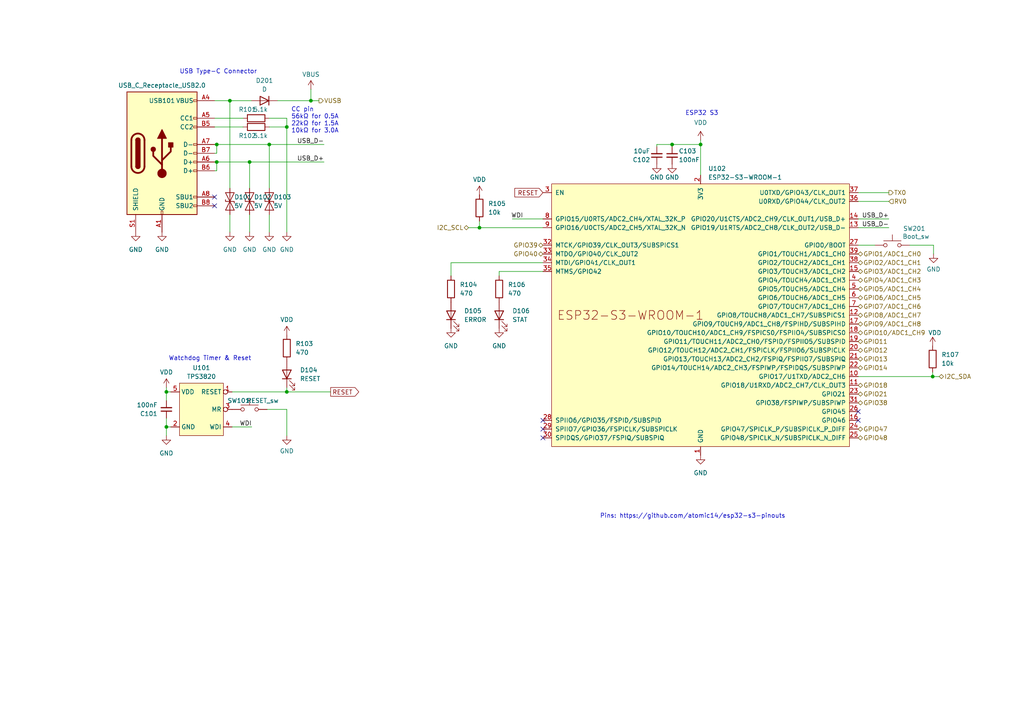
<source format=kicad_sch>
(kicad_sch (version 20231120) (generator "eeschema") (generator_version "8.0")
  (paper "A4")
  (lib_symbols
    (symbol "Connector:USB_C_Receptacle_USB2.0" (pin_names (offset 1.016))
      (property "Reference" "J" (at -10.16 19.05 0))
      (property "Value" "USB_C_Receptacle_USB2.0" (at 19.05 19.05 0))
      (symbol "USB_C_Receptacle_USB2.0_0_0"
        (rectangle (start -0.254 -17.78) (end 0.254 -16.764))
        (rectangle (start 10.16 -14.986) (end 9.144 -15.494))
        (rectangle (start 10.16 -12.446) (end 9.144 -12.954))
        (rectangle (start 10.16 -4.826) (end 9.144 -5.334))
        (rectangle (start 10.16 -2.286) (end 9.144 -2.794))
        (rectangle (start 10.16 0.254) (end 9.144 -0.254))
        (rectangle (start 10.16 2.794) (end 9.144 2.286))
        (rectangle (start 10.16 7.874) (end 9.144 7.366))
        (rectangle (start 10.16 10.414) (end 9.144 9.906))
        (rectangle (start 10.16 15.494) (end 9.144 14.986))
      )
      (symbol "USB_C_Receptacle_USB2.0_0_1"
        (rectangle (start -10.16 17.78) (end 10.16 -17.78) (stroke (width 0.254)) (fill (type background)))
        (arc (start -8.89 -3.81) (mid -6.985 -5.7067) (end -5.08 -3.81) (stroke (width 0.508)))
        (arc (start -7.62 -3.81) (mid -6.985 -4.4423) (end -6.35 -3.81) (stroke (width 0.254)))
        (arc (start -7.62 -3.81) (mid -6.985 -4.4423) (end -6.35 -3.81) (stroke (width 0.254)) (fill (type outline)))
        (rectangle (start -7.62 -3.81) (end -6.35 3.81) (stroke (width 0.254)) (fill (type outline)))
        (arc (start -6.35 3.81) (mid -6.985 4.4423) (end -7.62 3.81) (stroke (width 0.254)))
        (arc (start -6.35 3.81) (mid -6.985 4.4423) (end -7.62 3.81) (stroke (width 0.254)) (fill (type outline)))
        (arc (start -5.08 3.81) (mid -6.985 5.7067) (end -8.89 3.81) (stroke (width 0.508)))
        (circle (center -2.54 1.143) (radius 0.635) (stroke (width 0.254)) (fill (type outline)))
        (circle (center 0 -5.842) (radius 1.27) (fill (type outline)))
        (polyline (pts (xy -8.89 -3.81) (xy -8.89 3.81)) (stroke (width 0.508)))
        (polyline (pts (xy -5.08 3.81) (xy -5.08 -3.81)) (stroke (width 0.508)))
        (polyline (pts (xy 0 -5.842) (xy 0 4.318)) (stroke (width 0.508)))
        (polyline (pts (xy 0 -3.302) (xy -2.54 -0.762) (xy -2.54 0.508)) (stroke (width 0.508)))
        (polyline (pts (xy 0 -2.032) (xy 2.54 0.508) (xy 2.54 1.778)) (stroke (width 0.508)))
        (polyline (pts (xy -1.27 4.318) (xy 0 6.858) (xy 1.27 4.318) (xy -1.27 4.318)) (stroke (width 0.254)) (fill (type outline)))
        (rectangle (start 1.905 1.778) (end 3.175 3.048) (stroke (width 0.254)) (fill (type outline)))
      )
      (symbol "USB_C_Receptacle_USB2.0_1_1"
        (pin passive line (at 0 -22.86 90) (length 5.08) (name "GND") (number "A1"))
        (pin passive line (at 0 -22.86 90) (length 5.08) hide (name "GND") (number "A12"))
        (pin passive line (at 15.24 15.24 180) (length 5.08) (name "VBUS") (number "A4"))
        (pin bidirectional line (at 15.24 10.16 180) (length 5.08) (name "CC1") (number "A5"))
        (pin bidirectional line (at 15.24 -2.54 180) (length 5.08) (name "D+") (number "A6"))
        (pin bidirectional line (at 15.24 2.54 180) (length 5.08) (name "D-") (number "A7"))
        (pin bidirectional line (at 15.24 -12.7 180) (length 5.08) (name "SBU1") (number "A8"))
        (pin passive line (at 15.24 15.24 180) (length 5.08) hide (name "VBUS") (number "A9"))
        (pin passive line (at 0 -22.86 90) (length 5.08) hide (name "GND") (number "B1"))
        (pin passive line (at 0 -22.86 90) (length 5.08) hide (name "GND") (number "B12"))
        (pin passive line (at 15.24 15.24 180) (length 5.08) hide (name "VBUS") (number "B4"))
        (pin bidirectional line (at 15.24 7.62 180) (length 5.08) (name "CC2") (number "B5"))
        (pin bidirectional line (at 15.24 -5.08 180) (length 5.08) (name "D+") (number "B6"))
        (pin bidirectional line (at 15.24 0 180) (length 5.08) (name "D-") (number "B7"))
        (pin bidirectional line (at 15.24 -15.24 180) (length 5.08) (name "SBU2") (number "B8"))
        (pin passive line (at 15.24 15.24 180) (length 5.08) hide (name "VBUS") (number "B9"))
        (pin passive line (at -7.62 -22.86 90) (length 5.08) (name "SHIELD") (number "S1"))
      )
    )
    (symbol "Device:C_Small" (pin_numbers hide) (pin_names (offset 0.254) hide)
      (property "Reference" "C" (at 0.254 1.778 0))
      (property "Value" "C_Small" (at 0.254 -2.032 0))
      (symbol "C_Small_0_1"
        (polyline (pts (xy -1.524 -0.508) (xy 1.524 -0.508)) (stroke (width 0.3302)))
        (polyline (pts (xy -1.524 0.508) (xy 1.524 0.508)) (stroke (width 0.3048)))
      )
      (symbol "C_Small_1_1"
        (pin passive line (at 0 2.54 270) (length 2.032) (name "~") (number "1"))
        (pin passive line (at 0 -2.54 90) (length 2.032) (name "~") (number "2"))
      )
    )
    (symbol "Device:D" (pin_numbers hide) (pin_names (offset 1.016) hide)
      (property "Reference" "D" (at 0 2.54 0))
      (property "Value" "D" (at 0 -2.54 0))
      (symbol "D_0_1"
        (polyline (pts (xy -1.27 1.27) (xy -1.27 -1.27)) (stroke (width 0.254)))
        (polyline (pts (xy 1.27 0) (xy -1.27 0)))
        (polyline (pts (xy 1.27 1.27) (xy 1.27 -1.27) (xy -1.27 0) (xy 1.27 1.27)) (stroke (width 0.254)))
      )
      (symbol "D_1_1"
        (pin passive line (at -3.81 0 0) (length 2.54) (name "K") (number "1"))
        (pin passive line (at 3.81 0 180) (length 2.54) (name "A") (number "2"))
      )
    )
    (symbol "Device:LED" (pin_numbers hide) (pin_names (offset 1.016) hide)
      (property "Reference" "D" (at 0 2.54 0))
      (property "Value" "LED" (at 0 -2.54 0))
      (symbol "LED_0_1"
        (polyline (pts (xy -1.27 -1.27) (xy -1.27 1.27)) (stroke (width 0.254)))
        (polyline (pts (xy -1.27 0) (xy 1.27 0)))
        (polyline (pts (xy 1.27 -1.27) (xy 1.27 1.27) (xy -1.27 0) (xy 1.27 -1.27)) (stroke (width 0.254)))
        (polyline (pts (xy -3.048 -0.762) (xy -4.572 -2.286) (xy -3.81 -2.286) (xy -4.572 -2.286) (xy -4.572 -1.524)))
        (polyline (pts (xy -1.778 -0.762) (xy -3.302 -2.286) (xy -2.54 -2.286) (xy -3.302 -2.286) (xy -3.302 -1.524)))
      )
      (symbol "LED_1_1"
        (pin passive line (at -3.81 0 0) (length 2.54) (name "K") (number "1"))
        (pin passive line (at 3.81 0 180) (length 2.54) (name "A") (number "2"))
      )
    )
    (symbol "Device:R" (pin_numbers hide) (pin_names (offset 0))
      (property "Reference" "R" (at 2.032 0 90))
      (property "Value" "R" (at 0 0 90))
      (symbol "R_0_1"
        (rectangle (start -1.016 -2.54) (end 1.016 2.54) (stroke (width 0.254)))
      )
      (symbol "R_1_1"
        (pin passive line (at 0 3.81 270) (length 1.27) (name "~") (number "1"))
        (pin passive line (at 0 -3.81 90) (length 1.27) (name "~") (number "2"))
      )
    )
    (symbol "Diode:ESD9B5.0ST5G" (pin_numbers hide) (pin_names (offset 1.016) hide)
      (property "Reference" "D" (at 0 2.54 0))
      (property "Value" "ESD9B5.0ST5G" (at 0 -2.54 0))
      (symbol "ESD9B5.0ST5G_0_1"
        (polyline (pts (xy 1.27 0) (xy -1.27 0)))
        (polyline (pts (xy -2.54 -1.27) (xy 0 0) (xy -2.54 1.27) (xy -2.54 -1.27)) (stroke (width 0.2032)))
        (polyline (pts (xy 0.508 1.27) (xy 0 1.27) (xy 0 -1.27) (xy -0.508 -1.27)) (stroke (width 0.2032)))
        (polyline (pts (xy 2.54 1.27) (xy 2.54 -1.27) (xy 0 0) (xy 2.54 1.27)) (stroke (width 0.2032)))
      )
      (symbol "ESD9B5.0ST5G_1_1"
        (pin passive line (at -3.81 0 0) (length 2.54) (name "A1") (number "1"))
        (pin passive line (at 3.81 0 180) (length 2.54) (name "A2") (number "2"))
      )
    )
    (symbol "PCM_Espressif:ESP32-S3-WROOM-1" (pin_names (offset 1.016))
      (property "Reference" "U" (at -43.18 43.18 0))
      (property "Value" "ESP32-S3-WROOM-1" (at -43.18 40.64 0))
      (symbol "ESP32-S3-WROOM-1_0_0"
        (text "ESP32-S3-WROOM-1" (at -20.32 0 0) (effects (font (size 2.54 2.54))))
        (pin power_in line (at 0 -40.64 90) (length 2.54) (name "GND") (number "1"))
        (pin bidirectional line (at 45.72 -17.78 180) (length 2.54) (name "GPIO17/U1TXD/ADC2_CH6") (number "10"))
        (pin bidirectional line (at 45.72 -20.32 180) (length 2.54) (name "GPIO18/U1RXD/ADC2_CH7/CLK_OUT3") (number "11"))
        (pin bidirectional line (at 45.72 0 180) (length 2.54) (name "GPIO8/TOUCH8/ADC1_CH7/SUBSPICS1") (number "12"))
        (pin bidirectional line (at 45.72 25.4 180) (length 2.54) (name "GPIO19/U1RTS/ADC2_CH8/CLK_OUT2/USB_D-") (number "13"))
        (pin bidirectional line (at 45.72 27.94 180) (length 2.54) (name "GPIO20/U1CTS/ADC2_CH9/CLK_OUT1/USB_D+") (number "14"))
        (pin bidirectional line (at 45.72 12.7 180) (length 2.54) (name "GPIO3/TOUCH3/ADC1_CH2") (number "15"))
        (pin bidirectional line (at 45.72 -30.48 180) (length 2.54) (name "GPIO46") (number "16"))
        (pin bidirectional line (at 45.72 -2.54 180) (length 2.54) (name "GPIO9/TOUCH9/ADC1_CH8/FSPIHD/SUBSPIHD") (number "17"))
        (pin bidirectional line (at 45.72 -5.08 180) (length 2.54) (name "GPIO10/TOUCH10/ADC1_CH9/FSPICS0/FSPIIO4/SUBSPICS0") (number "18"))
        (pin bidirectional line (at 45.72 -7.62 180) (length 2.54) (name "GPIO11/TOUCH11/ADC2_CH0/FSPID/FSPIIO5/SUBSPID") (number "19"))
        (pin power_in line (at 0 40.64 270) (length 2.54) (name "3V3") (number "2"))
        (pin bidirectional line (at 45.72 -10.16 180) (length 2.54) (name "GPIO12/TOUCH12/ADC2_CH1/FSPICLK/FSPIIO6/SUBSPICLK") (number "20"))
        (pin bidirectional line (at 45.72 -12.7 180) (length 2.54) (name "GPIO13/TOUCH13/ADC2_CH2/FSPIQ/FSPIIO7/SUBSPIQ") (number "21"))
        (pin bidirectional line (at 45.72 -15.24 180) (length 2.54) (name "GPIO14/TOUCH14/ADC2_CH3/FSPIWP/FSPIDQS/SUBSPIWP") (number "22"))
        (pin bidirectional line (at 45.72 -22.86 180) (length 2.54) (name "GPIO21") (number "23"))
        (pin bidirectional line (at 45.72 -33.02 180) (length 2.54) (name "GPIO47/SPICLK_P/SUBSPICLK_P_DIFF") (number "24"))
        (pin bidirectional line (at 45.72 -35.56 180) (length 2.54) (name "GPIO48/SPICLK_N/SUBSPICLK_N_DIFF") (number "25"))
        (pin bidirectional line (at 45.72 -27.94 180) (length 2.54) (name "GPIO45") (number "26"))
        (pin bidirectional line (at 45.72 20.32 180) (length 2.54) (name "GPIO0/BOOT") (number "27"))
        (pin bidirectional line (at -45.72 -30.48 0) (length 2.54) (name "SPIIO6/GPIO35/FSPID/SUBSPID") (number "28"))
        (pin bidirectional line (at -45.72 -33.02 0) (length 2.54) (name "SPIIO7/GPIO36/FSPICLK/SUBSPICLK") (number "29"))
        (pin input line (at -45.72 35.56 0) (length 2.54) (name "EN") (number "3"))
        (pin bidirectional line (at -45.72 -35.56 0) (length 2.54) (name "SPIDQS/GPIO37/FSPIQ/SUBSPIQ") (number "30"))
        (pin bidirectional line (at 45.72 -25.4 180) (length 2.54) (name "GPIO38/FSPIWP/SUBSPIWP") (number "31"))
        (pin bidirectional line (at -45.72 20.32 0) (length 2.54) (name "MTCK/GPIO39/CLK_OUT3/SUBSPICS1") (number "32"))
        (pin bidirectional line (at -45.72 17.78 0) (length 2.54) (name "MTDO/GPIO40/CLK_OUT2") (number "33"))
        (pin bidirectional line (at -45.72 15.24 0) (length 2.54) (name "MTDI/GPIO41/CLK_OUT1") (number "34"))
        (pin bidirectional line (at -45.72 12.7 0) (length 2.54) (name "MTMS/GPIO42") (number "35"))
        (pin bidirectional line (at 45.72 33.02 180) (length 2.54) (name "U0RXD/GPIO44/CLK_OUT2") (number "36"))
        (pin bidirectional line (at 45.72 35.56 180) (length 2.54) (name "U0TXD/GPIO43/CLK_OUT1") (number "37"))
        (pin bidirectional line (at 45.72 15.24 180) (length 2.54) (name "GPIO2/TOUCH2/ADC1_CH1") (number "38"))
        (pin bidirectional line (at 45.72 17.78 180) (length 2.54) (name "GPIO1/TOUCH1/ADC1_CH0") (number "39"))
        (pin bidirectional line (at 45.72 10.16 180) (length 2.54) (name "GPIO4/TOUCH4/ADC1_CH3") (number "4"))
        (pin passive line (at 0 -40.64 90) (length 2.54) hide (name "GND") (number "40"))
        (pin passive line (at 0 -40.64 90) (length 2.54) hide (name "GND") (number "41"))
        (pin bidirectional line (at 45.72 7.62 180) (length 2.54) (name "GPIO5/TOUCH5/ADC1_CH4") (number "5"))
        (pin bidirectional line (at 45.72 5.08 180) (length 2.54) (name "GPIO6/TOUCH6/ADC1_CH5") (number "6"))
        (pin bidirectional line (at 45.72 2.54 180) (length 2.54) (name "GPIO7/TOUCH7/ADC1_CH6") (number "7"))
        (pin bidirectional line (at -45.72 27.94 0) (length 2.54) (name "GPIO15/U0RTS/ADC2_CH4/XTAL_32K_P") (number "8"))
        (pin bidirectional line (at -45.72 25.4 0) (length 2.54) (name "GPIO16/U0CTS/ADC2_CH5/XTAL_32K_N") (number "9"))
      )
      (symbol "ESP32-S3-WROOM-1_0_1"
        (rectangle (start -43.18 38.1) (end 43.18 -38.1) (fill (type background)))
      )
    )
    (symbol "Switch:SW_Push" (pin_numbers hide) (pin_names (offset 1.016) hide)
      (property "Reference" "SW" (at 1.27 2.54 0))
      (property "Value" "SW_Push" (at 0 -1.524 0))
      (symbol "SW_Push_0_1"
        (circle (center -2.032 0) (radius 0.508))
        (polyline (pts (xy 0 1.27) (xy 0 3.048)))
        (polyline (pts (xy 2.54 1.27) (xy -2.54 1.27)))
        (circle (center 2.032 0) (radius 0.508))
        (pin passive line (at -5.08 0 0) (length 2.54) (name "1") (number "1"))
        (pin passive line (at 5.08 0 180) (length 2.54) (name "2") (number "2"))
      )
    )
    (symbol "WOBCLibrary:TPS3820"
      (property "Reference" "U" (at 0 0 0))
      (property "Value" "TPS3820" (at 0 8.89 0))
      (symbol "TPS3820_1_1"
        (rectangle (start -6.35 7.62) (end 6.35 -7.62) (fill (type background)))
        (pin output inverted (at 8.89 5.08 180) (length 2.54) (name "RESET") (number "1"))
        (pin power_in line (at -8.89 -5.08 0) (length 2.54) (name "GND") (number "2"))
        (pin input inverted (at 8.89 0 180) (length 2.54) (name "MR") (number "3"))
        (pin input line (at 8.89 -5.08 180) (length 2.54) (name "WDI") (number "4"))
        (pin power_in line (at -8.89 5.08 0) (length 2.54) (name "VDD") (number "5"))
      )
    )
    (symbol "power:GND" (power) (pin_names (offset 0))
      (property "Value" "GND" (at 0 -3.81 0))
      (symbol "GND_0_1"
        (polyline (pts (xy 0 0) (xy 0 -1.27) (xy 1.27 -1.27) (xy 0 -2.54) (xy -1.27 -1.27) (xy 0 -1.27)))
      )
      (symbol "GND_1_1"
        (pin power_in line (at 0 0 270) (length 0) hide (name "GND") (number "1"))
      )
    )
    (symbol "power:VBUS" (power) (pin_numbers hide) (pin_names (offset 0) hide)
      (property "Value" "VBUS" (at 0 3.556 0))
      (symbol "VBUS_0_1"
        (polyline (pts (xy -0.762 1.27) (xy 0 2.54)))
        (polyline (pts (xy 0 0) (xy 0 2.54)))
        (polyline (pts (xy 0 2.54) (xy 0.762 1.27)))
      )
      (symbol "VBUS_1_1"
        (pin power_in line (at 0 0 90) (length 0) (name "~") (number "1"))
      )
    )
    (symbol "power:VDD" (power) (pin_names (offset 0))
      (property "Value" "VDD" (at 0 3.81 0))
      (symbol "VDD_0_1"
        (polyline (pts (xy -0.762 1.27) (xy 0 2.54)))
        (polyline (pts (xy 0 0) (xy 0 2.54)))
        (polyline (pts (xy 0 2.54) (xy 0.762 1.27)))
      )
      (symbol "VDD_1_1"
        (pin power_in line (at 0 0 90) (length 0) hide (name "VDD") (number "1"))
      )
    )
  )
  (junction (at 62.865 41.91))
  (junction (at 83.185 36.83))
  (junction (at 90.17 29.21))
  (junction (at 48.26 123.825))
  (junction (at 62.865 46.99))
  (junction (at 48.26 113.665))
  (junction (at 66.675 29.21))
  (junction (at 194.945 41.91))
  (junction (at 203.2 41.91))
  (junction (at 139.065 66.04))
  (junction (at 83.185 113.665))
  (junction (at 270.51 109.22))
  (junction (at 72.39 46.99))
  (junction (at 78.105 41.91))
  (no_connect (at 248.92 121.92))
  (no_connect (at 62.23 57.15))
  (no_connect (at 157.48 121.92))
  (no_connect (at 157.48 127))
  (no_connect (at 62.23 59.69))
  (no_connect (at 248.92 119.38))
  (no_connect (at 157.48 124.46))
  (wire (pts (xy 83.185 36.83) (xy 83.185 67.31)))
  (wire (pts (xy 248.92 55.88) (xy 257.81 55.88)))
  (wire (pts (xy 190.5 42.545) (xy 190.5 41.91)))
  (wire (pts (xy 130.81 76.2) (xy 157.48 76.2)))
  (wire (pts (xy 194.945 41.91) (xy 194.945 42.545)))
  (wire (pts (xy 48.26 113.665) (xy 49.53 113.665)))
  (wire (pts (xy 78.105 67.31) (xy 78.105 62.23)))
  (wire (pts (xy 95.885 113.665) (xy 83.185 113.665)))
  (wire (pts (xy 263.906 71.12) (xy 270.764 71.12)))
  (wire (pts (xy 272.415 109.22) (xy 270.51 109.22)))
  (wire (pts (xy 203.2 41.91) (xy 194.945 41.91)))
  (wire (pts (xy 144.78 78.74) (xy 157.48 78.74)))
  (wire (pts (xy 203.2 40.64) (xy 203.2 41.91)))
  (wire (pts (xy 83.185 113.665) (xy 67.31 113.665)))
  (wire (pts (xy 62.865 41.91) (xy 78.105 41.91)))
  (wire (pts (xy 270.764 71.12) (xy 270.764 73.66)))
  (wire (pts (xy 78.105 36.83) (xy 83.185 36.83)))
  (wire (pts (xy 62.23 49.53) (xy 62.865 49.53)))
  (wire (pts (xy 80.518 29.21) (xy 90.17 29.21)))
  (wire (pts (xy 83.185 112.395) (xy 83.185 113.665)))
  (wire (pts (xy 78.105 41.91) (xy 78.105 54.61)))
  (wire (pts (xy 73.025 123.825) (xy 67.31 123.825)))
  (wire (pts (xy 83.185 118.745) (xy 83.185 126.365)))
  (wire (pts (xy 139.065 66.04) (xy 157.48 66.04)))
  (wire (pts (xy 90.17 25.908) (xy 90.17 29.21)))
  (wire (pts (xy 48.26 126.365) (xy 48.26 123.825)))
  (wire (pts (xy 93.98 46.99) (xy 72.39 46.99)))
  (wire (pts (xy 139.065 64.135) (xy 139.065 66.04)))
  (wire (pts (xy 66.675 29.21) (xy 72.898 29.21)))
  (wire (pts (xy 270.51 107.95) (xy 270.51 109.22)))
  (wire (pts (xy 66.675 29.21) (xy 62.23 29.21)))
  (wire (pts (xy 62.23 41.91) (xy 62.865 41.91)))
  (wire (pts (xy 48.26 121.285) (xy 48.26 123.825)))
  (wire (pts (xy 72.39 46.99) (xy 72.39 54.61)))
  (wire (pts (xy 90.17 29.21) (xy 92.5122 29.21)))
  (wire (pts (xy 144.78 80.01) (xy 144.78 78.74)))
  (wire (pts (xy 72.39 67.31) (xy 72.39 62.23)))
  (wire (pts (xy 270.51 109.22) (xy 248.92 109.22)))
  (wire (pts (xy 257.81 66.04) (xy 248.92 66.04)))
  (wire (pts (xy 135.89 66.04) (xy 139.065 66.04)))
  (wire (pts (xy 48.26 113.665) (xy 48.26 116.205)))
  (wire (pts (xy 190.5 41.91) (xy 194.945 41.91)))
  (wire (pts (xy 72.39 46.99) (xy 62.865 46.99)))
  (wire (pts (xy 83.185 34.29) (xy 83.185 36.83)))
  (wire (pts (xy 248.92 71.12) (xy 253.746 71.12)))
  (wire (pts (xy 70.485 36.83) (xy 62.23 36.83)))
  (wire (pts (xy 66.675 29.21) (xy 66.675 54.61)))
  (wire (pts (xy 130.81 76.2) (xy 130.81 80.01)))
  (wire (pts (xy 62.865 49.53) (xy 62.865 46.99)))
  (wire (pts (xy 148.59 63.5) (xy 157.48 63.5)))
  (wire (pts (xy 48.26 123.825) (xy 49.53 123.825)))
  (wire (pts (xy 78.105 41.91) (xy 93.98 41.91)))
  (wire (pts (xy 62.23 44.45) (xy 62.865 44.45)))
  (wire (pts (xy 48.26 112.395) (xy 48.26 113.665)))
  (wire (pts (xy 62.865 44.45) (xy 62.865 41.91)))
  (wire (pts (xy 70.485 34.29) (xy 62.23 34.29)))
  (wire (pts (xy 77.47 118.745) (xy 83.185 118.745)))
  (wire (pts (xy 62.865 46.99) (xy 62.23 46.99)))
  (wire (pts (xy 78.105 34.29) (xy 83.185 34.29)))
  (wire (pts (xy 257.81 63.5) (xy 248.92 63.5)))
  (wire (pts (xy 66.675 67.31) (xy 66.675 62.23)))
  (wire (pts (xy 257.81 58.42) (xy 248.92 58.42)))
  (wire (pts (xy 203.2 41.91) (xy 203.2 50.8)))
  (text "Pins: https://github.com/atomic14/esp32-s3-pinouts" (at 173.99 150.495 0) (effects (font (size 1.27 1.27)) (justify left bottom)))
  (text "Watchdog Timer & Reset" (at 48.895 104.775 0) (effects (font (size 1.27 1.27)) (justify left bottom)))
  (text "USB Type-C Connector" (at 52.07 21.59 0) (effects (font (size 1.27 1.27)) (justify left bottom)))
  (text "CC pin\n56kΩ for 0.5A\n22kΩ for 1.5A\n10kΩ for 3.0A" (at 84.455 38.735 0) (effects (font (size 1.27 1.27)) (justify left bottom)))
  (text "ESP32 S3" (at 198.755 33.655 0) (effects (font (size 1.27 1.27)) (justify left bottom)))
  (label "USB_D+" (at 257.81 63.5 180))
  (label "WDI" (at 73.025 123.825 180))
  (label "USB_D+" (at 93.98 46.99 180))
  (label "WDI" (at 151.765 63.5 180))
  (label "USB_D-" (at 93.98 41.91 180))
  (label "USB_D-" (at 257.81 66.04 180))
  (global_label "RESET" (shape output) (at 95.885 113.665 0) (property "Intersheetrefs" "${INTERSHEET_REFS}" (effects (hide yes))))
  (global_label "RESET" (shape input) (at 157.48 55.88 180) (property "Intersheetrefs" "${INTERSHEET_REFS}" (effects (hide yes))))
  (hierarchical_label "GPIO4{slash}ADC1_CH3" (shape bidirectional) (at 248.92 81.28 0))
  (hierarchical_label "RV0" (shape input) (at 257.81 58.42 0))
  (hierarchical_label "GPIO13" (shape bidirectional) (at 248.92 104.14 0))
  (hierarchical_label "I2C_SCL" (shape bidirectional) (at 135.89 66.04 180))
  (hierarchical_label "GPIO10{slash}ADC1_CH9" (shape bidirectional) (at 248.92 96.52 0))
  (hierarchical_label "VUSB" (shape output) (at 92.5122 29.21 0))
  (hierarchical_label "GPIO21" (shape bidirectional) (at 248.92 114.3 0))
  (hierarchical_label "TX0" (shape output) (at 257.81 55.88 0))
  (hierarchical_label "GPIO8{slash}ADC1_CH7" (shape bidirectional) (at 248.92 91.44 0))
  (hierarchical_label "GPIO39" (shape bidirectional) (at 157.48 71.12 180))
  (hierarchical_label "GPIO7{slash}ADC1_CH6" (shape bidirectional) (at 248.92 88.9 0))
  (hierarchical_label "I2C_SDA" (shape bidirectional) (at 272.415 109.22 0))
  (hierarchical_label "GPIO12" (shape bidirectional) (at 248.92 101.6 0))
  (hierarchical_label "GPIO14" (shape bidirectional) (at 248.92 106.68 0))
  (hierarchical_label "GPIO11" (shape bidirectional) (at 248.92 99.06 0))
  (hierarchical_label "GPIO38" (shape bidirectional) (at 248.92 116.84 0))
  (hierarchical_label "GPIO18" (shape bidirectional) (at 248.92 111.76 0))
  (hierarchical_label "GPIO9{slash}ADC1_CH8" (shape bidirectional) (at 248.92 93.98 0))
  (hierarchical_label "GPIO40" (shape bidirectional) (at 157.48 73.66 180))
  (hierarchical_label "GPIO3{slash}ADC1_CH2" (shape bidirectional) (at 248.92 78.74 0))
  (hierarchical_label "GPIO48" (shape bidirectional) (at 248.92 127 0))
  (hierarchical_label "GPIO5{slash}ADC1_CH4" (shape bidirectional) (at 248.92 83.82 0))
  (hierarchical_label "GPIO1{slash}ADC1_CH0" (shape bidirectional) (at 248.92 73.66 0))
  (hierarchical_label "GPIO6{slash}ADC1_CH5" (shape bidirectional) (at 248.92 86.36 0))
  (hierarchical_label "GPIO2{slash}ADC1_CH1" (shape bidirectional) (at 248.92 76.2 0))
  (hierarchical_label "GPIO47" (shape bidirectional) (at 248.92 124.46 0))
  (symbol (lib_id "Diode:ESD9B5.0ST5G") (at 72.39 58.42 90) (unit 1)
    (property "Reference" "D102" (at 73.66 57.15 90) (effects (justify right)))
    (property "Value" "5V" (at 73.66 59.69 90) (effects (justify right)))
    (property "Footprint" "Diode_SMD:D_SOD-882D" (effects (hide yes)))
    (property "Datasheet" "https://www.onsemi.com/pub/Collateral/ESD9B-D.PDF" (effects (hide yes)))
    (property "LCSC" "C7420372" (effects (hide yes)))
  )
  (symbol (lib_id "power:VDD") (at 203.2 40.64 0) (unit 1)
    (property "Reference" "#PWR0118" (effects (hide yes)))
    (property "Value" "VDD" (at 203.2 35.56 0))
  )
  (symbol (lib_id "Device:LED") (at 83.185 108.585 90) (unit 1)
    (property "Reference" "D104" (at 86.995 107.315 90) (effects (justify right)))
    (property "Value" "RESET" (at 86.995 109.855 90) (effects (justify right)))
    (property "Footprint" "LED_SMD:LED_0805_2012Metric" (effects (hide yes)))
    (property "LCSC" "C2296" (effects (hide yes)))
  )
  (symbol (lib_id "Diode:ESD9B5.0ST5G") (at 66.675 58.42 90) (unit 1)
    (property "Reference" "D101" (at 67.945 57.15 90) (effects (justify right)))
    (property "Value" "5V" (at 67.945 59.69 90) (effects (justify right)))
    (property "Footprint" "Diode_SMD:D_SOD-882D" (effects (hide yes)))
    (property "Datasheet" "https://www.onsemi.com/pub/Collateral/ESD9B-D.PDF" (effects (hide yes)))
    (property "LCSC" "C7420372" (effects (hide yes)))
  )
  (symbol (lib_id "Device:R") (at 83.185 100.965 0) (unit 1)
    (property "Reference" "R103" (at 85.725 99.695 0) (effects (justify left)))
    (property "Value" "470" (at 85.725 102.235 0) (effects (justify left)))
    (property "Footprint" "Resistor_SMD:R_0402_1005Metric" (effects (hide yes)))
    (property "LCSC" "C25117" (effects (hide yes)))
  )
  (symbol (lib_id "power:GND") (at 194.945 47.625 0) (unit 1)
    (property "Reference" "#PWR0117" (effects (hide yes)))
    (property "Value" "GND" (at 194.945 51.435 0))
  )
  (symbol (lib_id "power:GND") (at 83.185 126.365 0) (unit 1)
    (property "Reference" "#PWR0111" (effects (hide yes)))
    (property "Value" "GND" (at 83.185 130.81 0))
  )
  (symbol (lib_id "Device:LED") (at 144.78 91.44 90) (unit 1)
    (property "Reference" "D106" (at 148.59 90.17 90) (effects (justify right)))
    (property "Value" "STAT" (at 148.59 92.71 90) (effects (justify right)))
    (property "Footprint" "LED_SMD:LED_0805_2012Metric" (effects (hide yes)))
    (property "LCSC" "C2297" (effects (hide yes)))
  )
  (symbol (lib_id "power:GND") (at 46.99 67.31 0) (unit 1)
    (property "Reference" "#PWR0103" (effects (hide yes)))
    (property "Value" "GND" (at 46.99 72.39 0))
  )
  (symbol (lib_id "Switch:SW_Push") (at 258.826 71.12 0) (unit 1)
    (property "Reference" "SW201" (at 265.176 66.294 0))
    (property "Value" "Boot_sw" (at 265.684 68.58 0))
    (property "Footprint" "WOBCLibrary:TVAF06-A020B-R" (effects (hide yes)))
  )
  (symbol (lib_id "power:VDD") (at 270.51 100.33 0) (unit 1)
    (property "Reference" "#PWR0120" (effects (hide yes)))
    (property "Value" "VDD" (at 271.145 96.52 0))
  )
  (symbol (lib_id "power:GND") (at 39.37 67.31 0) (unit 1)
    (property "Reference" "#PWR0102" (effects (hide yes)))
    (property "Value" "GND" (at 39.37 72.39 0))
  )
  (symbol (lib_id "Device:C_Small") (at 194.945 45.085 0) (unit 1)
    (property "Reference" "C103" (at 196.85 43.815 0) (effects (justify left)))
    (property "Value" "100nF" (at 196.85 46.355 0) (effects (justify left)))
    (property "Footprint" "Capacitor_SMD:C_0402_1005Metric" (effects (hide yes)))
    (property "LCSC" "C1525" (effects (hide yes)))
  )
  (symbol (lib_id "Device:R") (at 270.51 104.14 0) (unit 1)
    (property "Reference" "R107" (at 273.05 102.87 0) (effects (justify left)))
    (property "Value" "10k" (at 273.05 105.41 0) (effects (justify left)))
    (property "Footprint" "Resistor_SMD:R_0402_1005Metric" (effects (hide yes)))
    (property "LCSC" "C25744" (effects (hide yes)))
  )
  (symbol (lib_id "Device:R") (at 130.81 83.82 0) (unit 1)
    (property "Reference" "R104" (at 133.35 82.55 0) (effects (justify left)))
    (property "Value" "470" (at 133.35 85.09 0) (effects (justify left)))
    (property "Footprint" "Resistor_SMD:R_0402_1005Metric" (effects (hide yes)))
    (property "LCSC" "C25117" (effects (hide yes)))
  )
  (symbol (lib_id "power:VDD") (at 139.065 56.515 0) (unit 1)
    (property "Reference" "#PWR0114" (effects (hide yes)))
    (property "Value" "VDD" (at 139.065 52.07 0))
  )
  (symbol (lib_id "PCM_Espressif:ESP32-S3-WROOM-1") (at 203.2 91.44 0) (unit 1)
    (property "Reference" "U102" (at 205.3941 48.895 0) (effects (justify left)))
    (property "Value" "ESP32-S3-WROOM-1" (at 205.3941 51.435 0) (effects (justify left)))
    (property "Footprint" "RF_Module:ESP32-S3-WROOM-1" (effects (hide yes)))
    (property "Datasheet" "https://www.espressif.com/sites/default/files/documentation/esp32-s3-wroom-1_wroom-1u_datasheet_en.pdf" (effects (hide yes)))
  )
  (symbol (lib_id "power:VBUS") (at 90.17 25.908 0) (unit 1)
    (property "Reference" "#PWR0112" (effects (hide yes)))
    (property "Value" "VBUS" (at 90.17 21.59 0))
    (property "Description" "Power symbol creates a global label with name \"VBUS\"" (effects (hide yes)))
  )
  (symbol (lib_id "power:GND") (at 270.764 73.66 0) (unit 1)
    (property "Reference" "#PWR0201" (effects (hide yes)))
    (property "Value" "GND" (at 270.764 78.105 0))
  )
  (symbol (lib_id "Device:LED") (at 130.81 91.44 90) (unit 1)
    (property "Reference" "D105" (at 134.62 90.17 90) (effects (justify right)))
    (property "Value" "ERROR" (at 134.62 92.71 90) (effects (justify right)))
    (property "Footprint" "LED_SMD:LED_0805_2012Metric" (effects (hide yes)))
    (property "LCSC" "C84256" (effects (hide yes)))
  )
  (symbol (lib_id "power:GND") (at 66.675 67.31 0) (unit 1)
    (property "Reference" "#PWR0106" (effects (hide yes)))
    (property "Value" "GND" (at 66.675 72.39 0))
  )
  (symbol (lib_id "power:GND") (at 203.2 132.08 0) (unit 1)
    (property "Reference" "#PWR0119" (effects (hide yes)))
    (property "Value" "GND" (at 203.2 137.16 0))
  )
  (symbol (lib_id "power:GND") (at 78.105 67.31 0) (unit 1)
    (property "Reference" "#PWR0108" (effects (hide yes)))
    (property "Value" "GND" (at 78.105 72.39 0))
  )
  (symbol (lib_id "Device:C_Small") (at 48.26 118.745 180) (unit 1)
    (property "Reference" "C101" (at 45.72 120.0087 0) (effects (justify left)))
    (property "Value" "100nF" (at 45.72 117.4687 0) (effects (justify left)))
    (property "Footprint" "Capacitor_SMD:C_0402_1005Metric" (effects (hide yes)))
    (property "LCSC" "C1525" (effects (hide yes)))
  )
  (symbol (lib_id "Device:R") (at 74.295 36.83 90) (unit 1)
    (property "Reference" "R102" (at 71.755 39.37 90))
    (property "Value" "5.1k" (at 75.565 39.37 90))
    (property "Footprint" "Resistor_SMD:R_0402_1005Metric" (effects (hide yes)))
    (property "LCSC" "C25905" (effects (hide yes)))
  )
  (symbol (lib_id "Device:R") (at 74.295 34.29 90) (unit 1)
    (property "Reference" "R101" (at 71.755 31.75 90))
    (property "Value" "5.1k" (at 75.565 31.75 90))
    (property "Footprint" "Resistor_SMD:R_0402_1005Metric" (effects (hide yes)))
    (property "LCSC" "C25905" (effects (hide yes)))
  )
  (symbol (lib_id "Device:D") (at 76.708 29.21 180) (unit 1)
    (property "Reference" "D201" (at 76.708 23.368 0))
    (property "Value" "D" (at 76.708 25.908 0))
    (property "Footprint" "Diode_SMD:D_SOD-323" (effects (hide yes)))
    (property "Description" "Diode" (effects (hide yes)))
    (property "Sim.Device" "D" (effects (hide yes)))
    (property "Sim.Pins" "1=K 2=A" (effects (hide yes)))
    (property "LCSC" "C191023" (effects (hide yes)))
  )
  (symbol (lib_id "power:GND") (at 130.81 95.25 0) (unit 1)
    (property "Reference" "#PWR0113" (effects (hide yes)))
    (property "Value" "GND" (at 130.81 100.33 0))
  )
  (symbol (lib_id "Device:R") (at 144.78 83.82 0) (unit 1)
    (property "Reference" "R106" (at 147.32 82.55 0) (effects (justify left)))
    (property "Value" "470" (at 147.32 85.09 0) (effects (justify left)))
    (property "Footprint" "Resistor_SMD:R_0402_1005Metric" (effects (hide yes)))
    (property "LCSC" "C25117" (effects (hide yes)))
  )
  (symbol (lib_id "power:GND") (at 48.26 126.365 0) (unit 1)
    (property "Reference" "#PWR0105" (effects (hide yes)))
    (property "Value" "GND" (at 48.26 131.445 0))
  )
  (symbol (lib_id "power:GND") (at 190.5 47.625 0) (unit 1)
    (property "Reference" "#PWR0116" (effects (hide yes)))
    (property "Value" "GND" (at 190.5 51.435 0))
  )
  (symbol (lib_id "power:GND") (at 144.78 95.25 0) (unit 1)
    (property "Reference" "#PWR0115" (effects (hide yes)))
    (property "Value" "GND" (at 144.78 100.33 0))
  )
  (symbol (lib_id "power:VDD") (at 83.185 97.155 0) (unit 1)
    (property "Reference" "#PWR0110" (effects (hide yes)))
    (property "Value" "VDD" (at 83.185 92.71 0))
  )
  (symbol (lib_id "Diode:ESD9B5.0ST5G") (at 78.105 58.42 90) (unit 1)
    (property "Reference" "D103" (at 79.375 57.15 90) (effects (justify right)))
    (property "Value" "5V" (at 79.375 59.69 90) (effects (justify right)))
    (property "Footprint" "Diode_SMD:D_SOD-882D" (effects (hide yes)))
    (property "Datasheet" "https://www.onsemi.com/pub/Collateral/ESD9B-D.PDF" (effects (hide yes)))
    (property "LCSC" "C7420372" (effects (hide yes)))
  )
  (symbol (lib_id "power:GND") (at 72.39 67.31 0) (unit 1)
    (property "Reference" "#PWR0107" (effects (hide yes)))
    (property "Value" "GND" (at 72.39 72.39 0))
  )
  (symbol (lib_id "power:VDD") (at 48.26 112.395 0) (unit 1)
    (property "Reference" "#PWR0104" (effects (hide yes)))
    (property "Value" "VDD" (at 48.26 107.95 0))
  )
  (symbol (lib_id "WOBCLibrary:TPS3820") (at 58.42 118.745 0) (unit 1)
    (property "Reference" "U101" (at 58.42 106.68 0))
    (property "Value" "TPS3820" (at 58.42 109.22 0))
    (property "Footprint" "PCM_Package_TO_SOT_SMD_AKL:SOT-23-5" (effects (hide yes)))
    (property "LCSC" "C7719" (effects (hide yes)))
  )
  (symbol (lib_id "Device:C_Small") (at 190.5 45.085 180) (unit 1)
    (property "Reference" "C102" (at 188.595 46.355 0) (effects (justify left)))
    (property "Value" "10uF" (at 188.595 43.815 0) (effects (justify left)))
    (property "Footprint" "Capacitor_SMD:C_0603_1608Metric" (effects (hide yes)))
    (property "LCSC" "C96446" (effects (hide yes)))
  )
  (symbol (lib_id "Connector:USB_C_Receptacle_USB2.0") (at 46.99 44.45 0) (unit 1)
    (property "Reference" "USB101" (at 46.99 29.21 0))
    (property "Value" "USB_C_Receptacle_USB2.0" (at 46.99 24.765 0))
    (property "Footprint" "WOBCLibrary:USB_C_TYPEC-301S-ACP16X7" (effects (hide yes)))
    (property "Datasheet" "https://www.usb.org/sites/default/files/documents/usb_type-c.zip" (effects (hide yes)))
    (property "LCSC" "C2856766" (effects (hide yes)))
  )
  (symbol (lib_id "Switch:SW_Push") (at 72.39 118.745 0) (unit 1)
    (property "Reference" "SW101" (at 69.215 116.205 0))
    (property "Value" "RESET_sw" (at 76.2 116.205 0))
    (property "Footprint" "WOBCLibrary:TVAF06-A020B-R" (effects (hide yes)))
  )
  (symbol (lib_id "Device:R") (at 139.065 60.325 0) (unit 1)
    (property "Reference" "R105" (at 141.605 59.055 0) (effects (justify left)))
    (property "Value" "10k" (at 141.605 61.595 0) (effects (justify left)))
    (property "Footprint" "Resistor_SMD:R_0402_1005Metric" (effects (hide yes)))
    (property "LCSC" "C25744" (effects (hide yes)))
  )
  (symbol (lib_id "power:GND") (at 83.185 67.31 0) (unit 1)
    (property "Reference" "#PWR0109" (effects (hide yes)))
    (property "Value" "GND" (at 83.185 72.39 0))
  )
)
</source>
